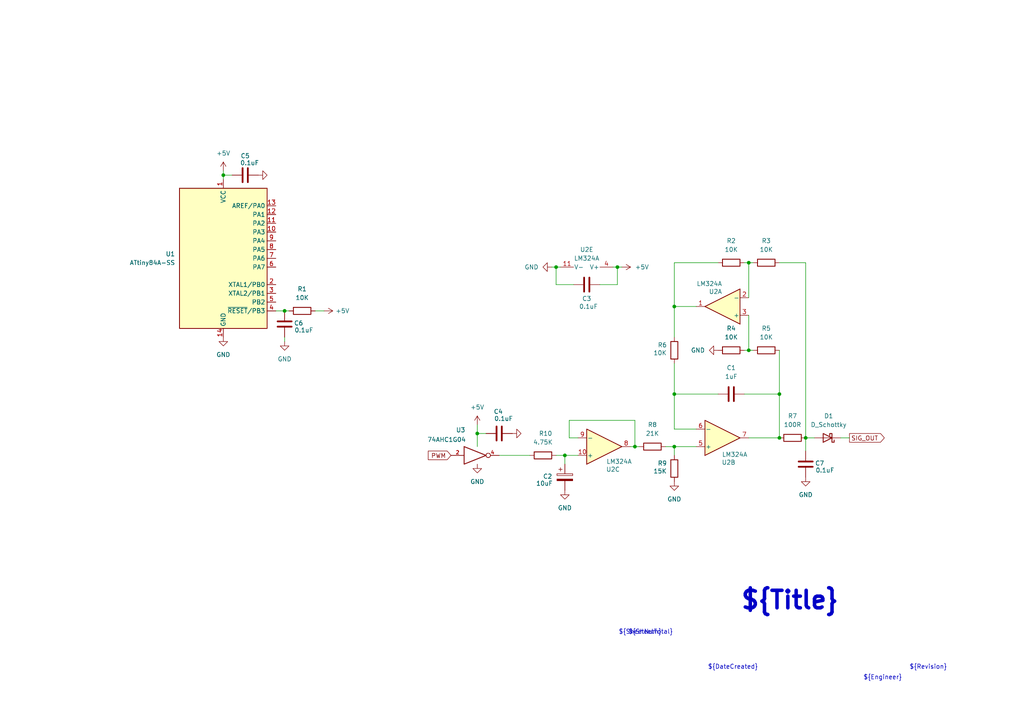
<source format=kicad_sch>
(kicad_sch (version 20250114) (generator "eeschema") (generator_version "9.0")
  (paper "A4")
  (lib_symbols
    (symbol "74xGxx:74AHC1G04" (pin_names (offset 1.016))
      (property "Reference" "U" (at -2.54 3.81 0))
      (property "Value" "74AHC1G04" (at 0 -3.81 0))
      (symbol "74AHC1G04_0_1"
        (polyline (pts (xy -3.81 2.54) (xy -3.81 -2.54) (xy 2.54 0) (xy -3.81 2.54)) (stroke (width 0.254)))
      )
      (symbol "74AHC1G04_1_1"
        (pin input line (at -7.62 0 0) (length 3.81) (name "~") (number "2"))
        (pin power_in line (at 0 2.54 90) (length 0) (hide yes) (name "VCC") (number "5"))
        (pin power_in line (at 0 -2.54 270) (length 0) (hide yes) (name "GND") (number "3"))
        (pin output inverted (at 6.35 0 180) (length 3.81) (name "~") (number "4"))
      )
    )
    (symbol "Amplifier_Operational:LM324A" (pin_names (offset 0.127))
      (property "Reference" "U" (at 0 5.08 0))
      (property "Value" "LM324A" (at 0 -5.08 0))
      (symbol "LM324A_1_1"
        (polyline (pts (xy -5.08 5.08) (xy 5.08 0) (xy -5.08 -5.08) (xy -5.08 5.08)) (stroke (width 0.254)) (fill (type background)))
        (pin input line (at -7.62 2.54 0) (length 2.54) (name "+") (number "3"))
        (pin input line (at -7.62 -2.54 0) (length 2.54) (name "-") (number "2"))
        (pin output line (at 7.62 0 180) (length 2.54) (name "~") (number "1"))
      )
      (symbol "LM324A_2_1"
        (polyline (pts (xy -5.08 5.08) (xy 5.08 0) (xy -5.08 -5.08) (xy -5.08 5.08)) (stroke (width 0.254)) (fill (type background)))
        (pin input line (at -7.62 2.54 0) (length 2.54) (name "+") (number "5"))
        (pin input line (at -7.62 -2.54 0) (length 2.54) (name "-") (number "6"))
        (pin output line (at 7.62 0 180) (length 2.54) (name "~") (number "7"))
      )
      (symbol "LM324A_3_1"
        (polyline (pts (xy -5.08 5.08) (xy 5.08 0) (xy -5.08 -5.08) (xy -5.08 5.08)) (stroke (width 0.254)) (fill (type background)))
        (pin input line (at -7.62 2.54 0) (length 2.54) (name "+") (number "10"))
        (pin input line (at -7.62 -2.54 0) (length 2.54) (name "-") (number "9"))
        (pin output line (at 7.62 0 180) (length 2.54) (name "~") (number "8"))
      )
      (symbol "LM324A_4_1"
        (polyline (pts (xy -5.08 5.08) (xy 5.08 0) (xy -5.08 -5.08) (xy -5.08 5.08)) (stroke (width 0.254)) (fill (type background)))
        (pin input line (at -7.62 2.54 0) (length 2.54) (name "+") (number "12"))
        (pin input line (at -7.62 -2.54 0) (length 2.54) (name "-") (number "13"))
        (pin output line (at 7.62 0 180) (length 2.54) (name "~") (number "14"))
      )
      (symbol "LM324A_5_1"
        (pin power_in line (at -2.54 7.62 270) (length 3.81) (name "V+") (number "4"))
        (pin power_in line (at -2.54 -7.62 90) (length 3.81) (name "V-") (number "11"))
      )
    )
    (symbol "Device:C" (pin_numbers (hide yes)) (pin_names (offset 0.254))
      (property "Reference" "C" (at 0.635 2.54 0))
      (property "Value" "C" (at 0.635 -2.54 0))
      (symbol "C_0_1"
        (polyline (pts (xy -2.032 0.762) (xy 2.032 0.762)) (stroke (width 0.508)))
        (polyline (pts (xy -2.032 -0.762) (xy 2.032 -0.762)) (stroke (width 0.508)))
      )
      (symbol "C_1_1"
        (pin passive line (at 0 3.81 270) (length 2.794) (name "~") (number "1"))
        (pin passive line (at 0 -3.81 90) (length 2.794) (name "~") (number "2"))
      )
    )
    (symbol "Device:C_Polarized" (pin_numbers (hide yes)) (pin_names (offset 0.254))
      (property "Reference" "C" (at 0.635 2.54 0))
      (property "Value" "C_Polarized" (at 0.635 -2.54 0))
      (symbol "C_Polarized_0_1"
        (rectangle (start -2.286 0.508) (end 2.286 1.016))
        (polyline (pts (xy -1.778 2.286) (xy -0.762 2.286)))
        (polyline (pts (xy -1.27 2.794) (xy -1.27 1.778)))
        (rectangle (start 2.286 -0.508) (end -2.286 -1.016) (fill (type outline)))
      )
      (symbol "C_Polarized_1_1"
        (pin passive line (at 0 3.81 270) (length 2.794) (name "~") (number "1"))
        (pin passive line (at 0 -3.81 90) (length 2.794) (name "~") (number "2"))
      )
    )
    (symbol "Device:D_Schottky" (pin_numbers (hide yes)) (pin_names (offset 1.016) (hide yes))
      (property "Reference" "D" (at 0 2.54 0))
      (property "Value" "D_Schottky" (at 0 -2.54 0))
      (symbol "D_Schottky_0_1"
        (polyline (pts (xy -1.905 0.635) (xy -1.905 1.27) (xy -1.27 1.27) (xy -1.27 -1.27) (xy -0.635 -1.27) (xy -0.635 -0.635)) (stroke (width 0.254)))
        (polyline (pts (xy 1.27 1.27) (xy 1.27 -1.27) (xy -1.27 0) (xy 1.27 1.27)) (stroke (width 0.254)))
        (polyline (pts (xy 1.27 0) (xy -1.27 0)))
      )
      (symbol "D_Schottky_1_1"
        (pin passive line (at -3.81 0 0) (length 2.54) (name "K") (number "1"))
        (pin passive line (at 3.81 0 180) (length 2.54) (name "A") (number "2"))
      )
    )
    (symbol "Device:R" (pin_numbers (hide yes)) (pin_names (offset 0))
      (property "Reference" "R" (at 2.032 0 90))
      (property "Value" "R" (at 0 0 90))
      (symbol "R_0_1"
        (rectangle (start -1.016 -2.54) (end 1.016 2.54) (stroke (width 0.254)))
      )
      (symbol "R_1_1"
        (pin passive line (at 0 3.81 270) (length 1.27) (name "~") (number "1"))
        (pin passive line (at 0 -3.81 90) (length 1.27) (name "~") (number "2"))
      )
    )
    (symbol "MCU_Microchip_ATtiny:ATtiny84A-SS"
      (property "Reference" "U" (at -12.7 21.59 0))
      (property "Value" "ATtiny84A-SS" (at 2.54 -21.59 0))
      (symbol "ATtiny84A-SS_0_1"
        (rectangle (start -12.7 -20.32) (end 12.7 20.32) (stroke (width 0.254)) (fill (type background)))
      )
      (symbol "ATtiny84A-SS_1_1"
        (pin power_in line (at 0 22.86 270) (length 2.54) (name "VCC") (number "1"))
        (pin power_in line (at 0 -22.86 90) (length 2.54) (name "GND") (number "14"))
        (pin bidirectional line (at 15.24 15.24 180) (length 2.54) (name "AREF/PA0") (number "13"))
        (pin bidirectional line (at 15.24 12.7 180) (length 2.54) (name "PA1") (number "12"))
        (pin bidirectional line (at 15.24 10.16 180) (length 2.54) (name "PA2") (number "11"))
        (pin bidirectional line (at 15.24 7.62 180) (length 2.54) (name "PA3") (number "10"))
        (pin bidirectional line (at 15.24 5.08 180) (length 2.54) (name "PA4") (number "9"))
        (pin bidirectional line (at 15.24 2.54 180) (length 2.54) (name "PA5") (number "8"))
        (pin bidirectional line (at 15.24 0 180) (length 2.54) (name "PA6") (number "7"))
        (pin bidirectional line (at 15.24 -2.54 180) (length 2.54) (name "PA7") (number "6"))
        (pin bidirectional line (at 15.24 -7.62 180) (length 2.54) (name "XTAL1/PB0") (number "2"))
        (pin bidirectional line (at 15.24 -10.16 180) (length 2.54) (name "XTAL2/PB1") (number "3"))
        (pin bidirectional line (at 15.24 -12.7 180) (length 2.54) (name "PB2") (number "5"))
        (pin bidirectional line (at 15.24 -15.24 180) (length 2.54) (name "~{RESET}/PB3") (number "4"))
      )
    )
    (symbol "power:+5V" (power) (pin_names (offset 0))
      (property "Value" "+5V" (at 0 3.556 0))
      (symbol "+5V_0_1"
        (polyline (pts (xy -0.762 1.27) (xy 0 2.54)))
        (polyline (pts (xy 0 2.54) (xy 0.762 1.27)))
        (polyline (pts (xy 0 0) (xy 0 2.54)))
      )
      (symbol "+5V_1_1"
        (pin power_in line (at 0 0 90) (length 0) (hide yes) (name "+5V") (number "1"))
      )
    )
    (symbol "power:GND" (power) (pin_names (offset 0))
      (property "Value" "GND" (at 0 -3.81 0))
      (symbol "GND_0_1"
        (polyline (pts (xy 0 0) (xy 0 -1.27) (xy 1.27 -1.27) (xy 0 -2.54) (xy -1.27 -1.27) (xy 0 -1.27)))
      )
      (symbol "GND_1_1"
        (pin power_in line (at 0 0 270) (length 0) (hide yes) (name "GND") (number "1"))
      )
    )
  )
  (text "${Engineer}" (at 256.032 196.596 0) (effects (font (size 1.27 1.27))))
  (text "${DateCreated}" (at 212.598 193.548 0) (effects (font (size 1.27 1.27))))
  (text "${Revision}" (at 269.24 193.548 0) (effects (font (size 1.27 1.27))))
  (text "${Title}" (at 229.108 174.244 0) (effects (font (size 5.08 5.08) (thickness 1.016) (bold yes))))
  (text "${SheetNum}" (at 185.674 183.388 0) (effects (font (size 1.27 1.27))))
  (text "${SheetTotal}" (at 188.722 183.388 0) (effects (font (size 1.27 1.27))))
  (junction (at 217.17 76.2))
  (junction (at 82.55 90.17))
  (junction (at 226.06 127))
  (junction (at 161.29 77.47))
  (junction (at 184.15 129.54))
  (junction (at 233.68 127))
  (junction (at 195.58 129.54))
  (junction (at 64.77 50.8))
  (junction (at 163.83 132.08))
  (junction (at 217.17 101.6))
  (junction (at 138.43 125.73))
  (junction (at 226.06 114.3))
  (junction (at 195.58 88.9))
  (junction (at 179.07 77.47))
  (junction (at 195.58 114.3))
  (wire (pts (xy 217.17 101.6) (xy 218.44 101.6)))
  (wire (pts (xy 195.58 105.41) (xy 195.58 114.3)))
  (wire (pts (xy 233.68 127) (xy 236.22 127)))
  (wire (pts (xy 180.34 77.47) (xy 179.07 77.47)))
  (wire (pts (xy 226.06 101.6) (xy 226.06 114.3)))
  (wire (pts (xy 138.43 123.19) (xy 138.43 125.73)))
  (wire (pts (xy 179.07 77.47) (xy 177.8 77.47)))
  (wire (pts (xy 182.88 129.54) (xy 184.15 129.54)))
  (wire (pts (xy 64.77 50.8) (xy 64.77 52.07)))
  (wire (pts (xy 82.55 99.06) (xy 82.55 97.79)))
  (wire (pts (xy 243.84 127) (xy 246.38 127)))
  (wire (pts (xy 184.15 121.92) (xy 184.15 129.54)))
  (wire (pts (xy 217.17 86.36) (xy 217.17 76.2)))
  (wire (pts (xy 226.06 114.3) (xy 226.06 127)))
  (wire (pts (xy 179.07 82.55) (xy 179.07 77.47)))
  (wire (pts (xy 195.58 129.54) (xy 195.58 132.08)))
  (wire (pts (xy 215.9 101.6) (xy 217.17 101.6)))
  (wire (pts (xy 138.43 125.73) (xy 138.43 129.54)))
  (wire (pts (xy 165.1 127) (xy 165.1 121.92)))
  (wire (pts (xy 163.83 132.08) (xy 167.64 132.08)))
  (wire (pts (xy 165.1 121.92) (xy 184.15 121.92)))
  (wire (pts (xy 144.78 132.08) (xy 153.67 132.08)))
  (wire (pts (xy 217.17 76.2) (xy 218.44 76.2)))
  (wire (pts (xy 226.06 76.2) (xy 233.68 76.2)))
  (wire (pts (xy 184.15 129.54) (xy 185.42 129.54)))
  (wire (pts (xy 217.17 127) (xy 226.06 127)))
  (wire (pts (xy 195.58 114.3) (xy 208.28 114.3)))
  (wire (pts (xy 215.9 114.3) (xy 226.06 114.3)))
  (wire (pts (xy 91.44 90.17) (xy 93.98 90.17)))
  (wire (pts (xy 233.68 127) (xy 233.68 130.81)))
  (wire (pts (xy 215.9 76.2) (xy 217.17 76.2)))
  (wire (pts (xy 161.29 132.08) (xy 163.83 132.08)))
  (wire (pts (xy 160.02 77.47) (xy 161.29 77.47)))
  (wire (pts (xy 195.58 88.9) (xy 195.58 97.79)))
  (wire (pts (xy 201.93 88.9) (xy 195.58 88.9)))
  (wire (pts (xy 195.58 114.3) (xy 195.58 124.46)))
  (wire (pts (xy 201.93 124.46) (xy 195.58 124.46)))
  (wire (pts (xy 195.58 76.2) (xy 208.28 76.2)))
  (wire (pts (xy 163.83 132.08) (xy 163.83 134.62)))
  (wire (pts (xy 64.77 50.8) (xy 67.31 50.8)))
  (wire (pts (xy 138.43 125.73) (xy 140.97 125.73)))
  (wire (pts (xy 166.37 82.55) (xy 161.29 82.55)))
  (wire (pts (xy 193.04 129.54) (xy 195.58 129.54)))
  (wire (pts (xy 195.58 88.9) (xy 195.58 76.2)))
  (wire (pts (xy 167.64 127) (xy 165.1 127)))
  (wire (pts (xy 64.77 49.53) (xy 64.77 50.8)))
  (wire (pts (xy 173.99 82.55) (xy 179.07 82.55)))
  (wire (pts (xy 80.01 90.17) (xy 82.55 90.17)))
  (wire (pts (xy 233.68 76.2) (xy 233.68 127)))
  (wire (pts (xy 161.29 77.47) (xy 162.56 77.47)))
  (wire (pts (xy 82.55 90.17) (xy 83.82 90.17)))
  (wire (pts (xy 195.58 129.54) (xy 201.93 129.54)))
  (wire (pts (xy 161.29 82.55) (xy 161.29 77.47)))
  (wire (pts (xy 217.17 91.44) (xy 217.17 101.6)))
  (global_label "PWM" (shape input) (at 130.81 132.08 180) (property "Intersheetrefs" "${INTERSHEET_REFS}" (effects (hide yes))))
  (global_label "SIG_OUT" (shape output) (at 246.38 127 0) (property "Intersheetrefs" "${INTERSHEET_REFS}" (effects (hide yes))))
  (symbol (lib_id "power:GND") (at 138.43 134.62 0) (unit 1)
    (property "Reference" "#PWR04" (effects (hide yes)))
    (property "Value" "GND" (at 138.43 139.7 0))
  )
  (symbol (lib_id "power:GND") (at 163.83 142.24 0) (unit 1)
    (property "Reference" "#PWR09" (effects (hide yes)))
    (property "Value" "GND" (at 163.83 147.32 0))
  )
  (symbol (lib_id "Amplifier_Operational:LM324A") (at 209.55 88.9 180) (unit 1)
    (property "Reference" "U2" (at 207.518 84.582 0))
    (property "Value" "LM324A" (at 205.74 82.296 0))
    (property "Footprint" "Package_SO:SOIC-14_3.9x8.7mm_P1.27mm" (effects (hide yes)))
    (property "Datasheet" "https://www.st.com/content/ccc/resource/technical/document/datasheet/bd/fc/46/43/26/8f/40/7f/CD00001046.pdf/files/CD00001046.pdf/jcr:content/translations/en.CD00001046.pdf" (effects (hide yes)))
    (property "Description" "LM324DT" (effects (hide yes)))
  )
  (symbol (lib_id "Amplifier_Operational:LM324A") (at 209.55 127 0) (mirror x) (unit 2)
    (property "Reference" "U2" (at 211.328 134.112 0))
    (property "Value" "LM324A" (at 213.106 131.826 0))
    (property "Footprint" "Package_SO:SOIC-14_3.9x8.7mm_P1.27mm" (effects (hide yes)))
    (property "Datasheet" "https://www.st.com/content/ccc/resource/technical/document/datasheet/bd/fc/46/43/26/8f/40/7f/CD00001046.pdf/files/CD00001046.pdf/jcr:content/translations/en.CD00001046.pdf" (effects (hide yes)))
    (property "Description" "LM324DT" (effects (hide yes)))
  )
  (symbol (lib_id "power:+5V") (at 138.43 123.19 0) (unit 1)
    (property "Reference" "#PWR03" (effects (hide yes)))
    (property "Value" "+5V" (at 138.43 118.11 0))
  )
  (symbol (lib_id "Device:C") (at 212.09 114.3 270) (unit 1)
    (property "Reference" "C1" (at 212.09 106.68 90))
    (property "Value" "1uF" (at 212.09 109.22 90))
    (property "Footprint" "Capacitor_SMD:C_0805_2012Metric" (effects (hide yes)))
    (property "Datasheet" "https://mm.digikey.com/Volume0/opasdata/d220001/medias/docus/609/CL21B105KBFNNNE_Spec.pdf" (effects (hide yes)))
    (property "Description" "CL21B105KBFNNNE" (effects (hide yes)))
  )
  (symbol (lib_id "Device:R") (at 195.58 135.89 180) (unit 1)
    (property "Reference" "R9" (at 190.754 134.366 0) (effects (justify right)))
    (property "Value" "15K" (at 189.484 136.652 0) (effects (justify right)))
    (property "Footprint" "R_0805_2012Metric" (effects (hide yes)))
    (property "Description" "CRG0805F15K" (effects (hide yes)))
  )
  (symbol (lib_id "Device:D_Schottky") (at 240.03 127 180) (unit 1)
    (property "Reference" "D1" (at 240.3475 120.65 0))
    (property "Value" "D_Schottky" (at 240.3475 123.19 0))
    (property "Footprint" "Package_TO_SOT_SMD:SOT-23" (effects (hide yes)))
    (property "Datasheet" "https://www.onsemi.com/pdf/datasheet/mbd701-d.pdf" (effects (hide yes)))
    (property "Description" "MMBD701LT1G" (effects (hide yes)))
  )
  (symbol (lib_id "Device:R") (at 157.48 132.08 270) (unit 1)
    (property "Reference" "R10" (at 158.242 125.73 90))
    (property "Value" "4.75K" (at 157.48 128.27 90))
    (property "Footprint" "R_0805_2012Metric" (effects (hide yes)))
    (property "Description" "RMCF0805FT4K75" (effects (hide yes)))
  )
  (symbol (lib_id "Device:R") (at 212.09 76.2 270) (unit 1)
    (property "Reference" "R2" (at 212.09 69.85 90))
    (property "Value" "10K" (at 212.09 72.39 90))
    (property "Footprint" "R_0805_2012Metric" (effects (hide yes)))
    (property "Description" "CRCW080510K0FKEAC" (effects (hide yes)))
  )
  (symbol (lib_id "power:+5V") (at 64.77 49.53 0) (unit 1)
    (property "Reference" "#PWR01" (effects (hide yes)))
    (property "Value" "+5V" (at 64.77 44.45 0))
  )
  (symbol (lib_id "Device:R") (at 212.09 101.6 270) (unit 1)
    (property "Reference" "R4" (at 212.09 95.25 90))
    (property "Value" "10K" (at 212.09 97.79 90))
    (property "Footprint" "R_0805_2012Metric" (effects (hide yes)))
    (property "Description" "CRCW080510K0FKEAC" (effects (hide yes)))
  )
  (symbol (lib_id "power:GND") (at 82.55 99.06 0) (unit 1)
    (property "Reference" "#PWR014" (effects (hide yes)))
    (property "Value" "GND" (at 82.55 104.14 0))
  )
  (symbol (lib_id "Amplifier_Operational:LM324A") (at 175.26 129.54 0) (mirror x) (unit 3)
    (property "Reference" "U2" (at 177.8 136.144 0))
    (property "Value" "LM324A" (at 179.578 133.858 0))
    (property "Footprint" "Package_SO:SOIC-14_3.9x8.7mm_P1.27mm" (effects (hide yes)))
    (property "Datasheet" "https://www.st.com/content/ccc/resource/technical/document/datasheet/bd/fc/46/43/26/8f/40/7f/CD00001046.pdf/files/CD00001046.pdf/jcr:content/translations/en.CD00001046.pdf" (effects (hide yes)))
    (property "Description" "LM324DT" (effects (hide yes)))
  )
  (symbol (lib_id "Device:C") (at 144.78 125.73 270) (unit 1)
    (property "Reference" "C4" (at 144.526 119.38 90))
    (property "Value" "0.1uF" (at 146.05 121.412 90))
    (property "Footprint" "Capacitor_SMD:C_0805_2012Metric" (effects (hide yes)))
    (property "Datasheet" "https://mm.digikey.com/Volume0/opasdata/d220001/medias/docus/609/CL21B105KBFNNNE_Spec.pdf" (effects (hide yes)))
    (property "Description" "CC0805KRX7R9BB104" (effects (hide yes)))
  )
  (symbol (lib_id "Device:R") (at 189.23 129.54 270) (unit 1)
    (property "Reference" "R8" (at 189.23 123.19 90))
    (property "Value" "21K" (at 189.23 125.73 90))
    (property "Footprint" "R_0805_2012Metric" (effects (hide yes)))
    (property "Description" "RMCF0805FT21K0" (effects (hide yes)))
  )
  (symbol (lib_id "power:GND") (at 208.28 101.6 270) (unit 1)
    (property "Reference" "#PWR05" (effects (hide yes)))
    (property "Value" "GND" (at 204.47 101.5999 90) (effects (justify right)))
  )
  (symbol (lib_id "Device:R") (at 229.87 127 270) (unit 1)
    (property "Reference" "R7" (at 229.87 120.65 90))
    (property "Value" "100R" (at 229.87 123.19 90))
    (property "Footprint" "R_0805_2012Metric" (effects (hide yes)))
    (property "Description" "CRCW0805100RDHEAP" (effects (hide yes)))
  )
  (symbol (lib_id "Device:R") (at 87.63 90.17 90) (unit 1)
    (property "Reference" "R1" (at 87.63 83.82 90))
    (property "Value" "10K" (at 87.63 86.36 90))
    (property "Footprint" "R_0805_2012Metric" (effects (hide yes)))
    (property "Description" "CRCW080510K0FKEAC" (effects (hide yes)))
  )
  (symbol (lib_id "74xGxx:74AHC1G04") (at 138.43 132.08 0) (unit 1)
    (property "Reference" "U3" (at 133.604 124.714 0))
    (property "Value" "74AHC1G04" (at 129.54 127.508 0))
    (property "Footprint" "Package_TO_SOT_SMD:SOT-23-5" (effects (hide yes)))
    (property "Datasheet" "https://www.ti.com/general/docs/suppproductinfo.tsp?distId=10&gotoUrl=https%3A%2F%2Fwww.ti.com%2Flit%2Fgpn%2Fsn74ahc1g04" (effects (hide yes)))
    (property "Description" "SN74AHC1G04DBVR" (effects (hide yes)))
  )
  (symbol (lib_id "power:GND") (at 148.59 125.73 90) (unit 1)
    (property "Reference" "#PWR010" (effects (hide yes)))
    (property "Value" "GND" (effects (hide yes)))
  )
  (symbol (lib_id "power:+5V") (at 93.98 90.17 270) (unit 1)
    (property "Reference" "#PWR013" (effects (hide yes)))
    (property "Value" "+5V" (at 97.282 90.17 90) (effects (justify left)))
  )
  (symbol (lib_id "Device:R") (at 195.58 101.6 180) (unit 1)
    (property "Reference" "R6" (at 190.754 100.076 0) (effects (justify right)))
    (property "Value" "10K" (at 189.484 102.362 0) (effects (justify right)))
    (property "Footprint" "R_0805_2012Metric" (effects (hide yes)))
    (property "Description" "CRCW080510K0FKEAC" (effects (hide yes)))
  )
  (symbol (lib_id "Device:C") (at 170.18 82.55 270) (unit 1)
    (property "Reference" "C3" (at 170.18 86.614 90))
    (property "Value" "0.1uF" (at 170.688 88.9 90))
    (property "Footprint" "Capacitor_SMD:C_0805_2012Metric" (effects (hide yes)))
    (property "Datasheet" "https://mm.digikey.com/Volume0/opasdata/d220001/medias/docus/609/CL21B105KBFNNNE_Spec.pdf" (effects (hide yes)))
    (property "Description" "CC0805KRX7R9BB104" (effects (hide yes)))
  )
  (symbol (lib_id "Device:C_Polarized") (at 163.83 138.43 0) (unit 1)
    (property "Reference" "C2" (at 157.48 138.176 0) (effects (justify left)))
    (property "Value" "10uF" (at 155.448 140.208 0) (effects (justify left)))
    (property "Footprint" "Capacitor_SMD:C_1206_3216Metric" (effects (hide yes)))
    (property "Datasheet" "https://mm.digikey.com/Volume0/opasdata/d220001/medias/docus/658/CL31B106KAHNNNE_Spec.pdf" (effects (hide yes)))
    (property "Description" "CL31B106KAHNNNE" (effects (hide yes)))
  )
  (symbol (lib_id "power:GND") (at 64.77 97.79 0) (unit 1)
    (property "Reference" "#PWR012" (effects (hide yes)))
    (property "Value" "GND" (at 64.77 102.87 0))
  )
  (symbol (lib_id "power:+5V") (at 180.34 77.47 270) (unit 1)
    (property "Reference" "#PWR07" (effects (hide yes)))
    (property "Value" "+5V" (at 184.15 77.4699 90) (effects (justify left)))
  )
  (symbol (lib_id "power:GND") (at 233.68 138.43 0) (unit 1)
    (property "Reference" "#PWR015" (effects (hide yes)))
    (property "Value" "GND" (at 233.68 143.51 0))
  )
  (symbol (lib_id "Device:C") (at 71.12 50.8 270) (unit 1)
    (property "Reference" "C5" (at 71.12 45.212 90))
    (property "Value" "0.1uF" (at 72.39 47.244 90))
    (property "Footprint" "Capacitor_SMD:C_0805_2012Metric" (effects (hide yes)))
    (property "Datasheet" "https://mm.digikey.com/Volume0/opasdata/d220001/medias/docus/609/CL21B105KBFNNNE_Spec.pdf" (effects (hide yes)))
    (property "Description" "CC0805KRX7R9BB104" (effects (hide yes)))
  )
  (symbol (lib_id "Device:C") (at 233.68 134.62 0) (unit 1)
    (property "Reference" "C7" (at 237.744 134.366 0))
    (property "Value" "0.1uF" (at 239.268 136.398 0))
    (property "Footprint" "Capacitor_SMD:C_0805_2012Metric" (effects (hide yes)))
    (property "Datasheet" "https://mm.digikey.com/Volume0/opasdata/d220001/medias/docus/609/CL21B105KBFNNNE_Spec.pdf" (effects (hide yes)))
    (property "Description" "CC0805KRX7R9BB104" (effects (hide yes)))
  )
  (symbol (lib_id "Amplifier_Operational:LM324A") (at 170.18 80.01 270) (unit 5)
    (property "Reference" "U2" (at 170.18 72.39 90))
    (property "Value" "LM324A" (at 170.18 74.93 90))
    (property "Footprint" "Package_SO:SOIC-14_3.9x8.7mm_P1.27mm" (effects (hide yes)))
    (property "Datasheet" "https://www.st.com/content/ccc/resource/technical/document/datasheet/bd/fc/46/43/26/8f/40/7f/CD00001046.pdf/files/CD00001046.pdf/jcr:content/translations/en.CD00001046.pdf" (effects (hide yes)))
    (property "Description" "LM324DT" (effects (hide yes)))
  )
  (symbol (lib_id "power:GND") (at 160.02 77.47 270) (unit 1)
    (property "Reference" "#PWR08" (effects (hide yes)))
    (property "Value" "GND" (at 156.21 77.4699 90) (effects (justify right)))
  )
  (symbol (lib_id "MCU_Microchip_ATtiny:ATtiny84A-SS") (at 64.77 74.93 0) (unit 1)
    (property "Reference" "U1" (at 50.8 73.66 0) (effects (justify right)))
    (property "Value" "ATtiny84A-SS" (at 50.8 76.2 0) (effects (justify right)))
    (property "Footprint" "Package_SO:SOIC-14_3.9x8.7mm_P1.27mm" (effects (hide yes)))
    (property "Datasheet" "http://ww1.microchip.com/downloads/en/DeviceDoc/doc8183.pdf" (effects (hide yes)))
  )
  (symbol (lib_id "power:GND") (at 74.93 50.8 90) (unit 1)
    (property "Reference" "#PWR011" (effects (hide yes)))
    (property "Value" "GND" (effects (hide yes)))
  )
  (symbol (lib_id "Device:R") (at 222.25 76.2 270) (unit 1)
    (property "Reference" "R3" (at 222.25 69.85 90))
    (property "Value" "10K" (at 222.25 72.39 90))
    (property "Footprint" "R_0805_2012Metric" (effects (hide yes)))
    (property "Description" "CRCW080510K0FKEAC" (effects (hide yes)))
  )
  (symbol (lib_id "power:GND") (at 195.58 139.7 0) (unit 1)
    (property "Reference" "#PWR06" (effects (hide yes)))
    (property "Value" "GND" (at 195.58 144.78 0))
  )
  (symbol (lib_id "Device:C") (at 82.55 93.98 0) (unit 1)
    (property "Reference" "C6" (at 86.614 93.726 0))
    (property "Value" "0.1uF" (at 88.138 95.758 0))
    (property "Footprint" "Capacitor_SMD:C_0805_2012Metric" (effects (hide yes)))
    (property "Datasheet" "https://mm.digikey.com/Volume0/opasdata/d220001/medias/docus/609/CL21B105KBFNNNE_Spec.pdf" (effects (hide yes)))
    (property "Description" "CC0805KRX7R9BB104" (effects (hide yes)))
  )
  (symbol (lib_id "Device:R") (at 222.25 101.6 270) (unit 1)
    (property "Reference" "R5" (at 222.25 95.25 90))
    (property "Value" "10K" (at 222.25 97.79 90))
    (property "Footprint" "R_0805_2012Metric" (effects (hide yes)))
    (property "Description" "CRCW080510K0FKEAC" (effects (hide yes)))
  )
)
</source>
